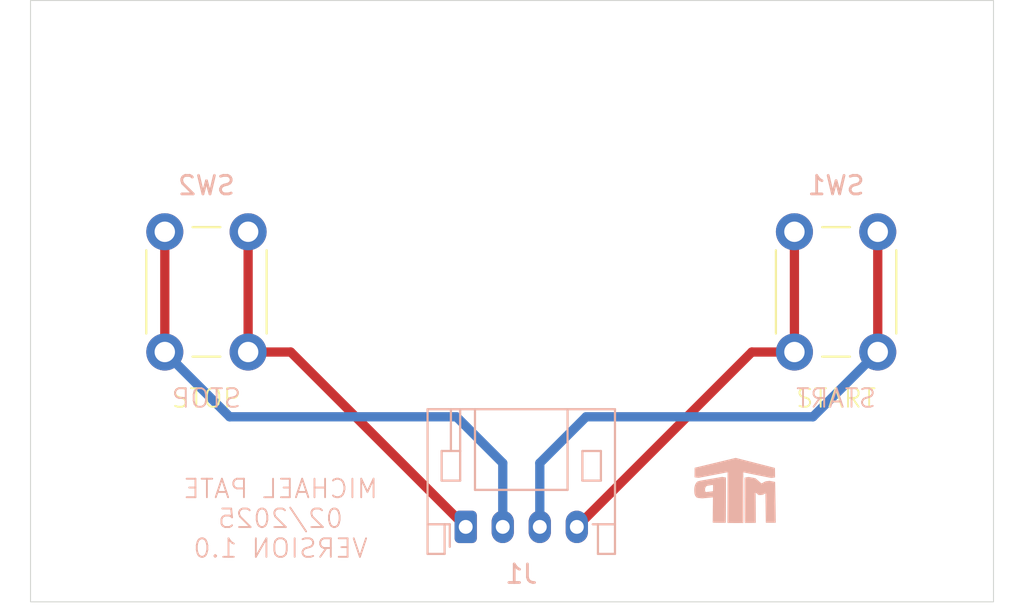
<source format=kicad_pcb>
(kicad_pcb (version 20240108) (generator "pcbnew") (generator_version "8.0")
  (layers (0 "F.Cu" signal) (1 "In1.Cu" signal) (2 "In2.Cu" signal) (31 "B.Cu" power) (34 "B.Paste" user) (35 "F.Paste" user) (36 "B.SilkS" user "B.Silkscreen") (37 "F.SilkS" user "F.Silkscreen") (38 "B.Mask" user) (39 "F.Mask" user) (44 "Edge.Cuts" user))
  (net 0 "")
  (net 1 "Net-(J1-Pin_4)")
  (net 2 "Net-(J1-Pin_2)")
  (net 3 "Net-(J1-Pin_1)")
  (net 4 "Net-(J1-Pin_3)")
  (footprint "MountingHole:MountingHole_2.2mm_M2" (layer "F.Cu") (at 144.5 137)
    (property "Reference" "H3" (hide yes))
    (property "Value" "MountingHole")
    (pad "" np_thru_hole circle (at 0 0) (size 2.2 2.2) (drill 2.2) (layers "*.Cu" "*.Mask"))
  )
  (footprint "MountingHole:MountingHole_2.2mm_M2" (layer "F.Cu") (at 189.5 137)
    (property "Reference" "H4" (hide yes))
    (property "Value" "MountingHole")
    (pad "" np_thru_hole circle (at 0 0) (size 2.2 2.2) (drill 2.2) (layers "*.Cu" "*.Mask"))
  )
  (footprint "MountingHole:MountingHole_2.2mm_M2" (layer "F.Cu") (at 189.5 111.5)
    (property "Reference" "H2" (hide yes))
    (property "Value" "MountingHole")
    (pad "" np_thru_hole circle (at 0 0) (size 2.2 2.2) (drill 2.2) (layers "*.Cu" "*.Mask"))
  )
  (footprint "MountingHole:MountingHole_2.2mm_M2" (layer "F.Cu") (at 144.5 111.5)
    (property "Reference" "H1" (hide yes))
    (property "Value" "MountingHole")
    (pad "" np_thru_hole circle (at 0 0) (size 2.2 2.2) (drill 2.2) (layers "*.Cu" "*.Mask"))
  )
  (footprint "Button_Switch_THT:SW_PUSH_6mm_H5mm" (layer "F.Cu") (at 148.25 127 90)
    (property "Reference" "SW2" (at 9 2.25 0) (layer "B.SilkS") (effects (justify mirror)))
    (property "Value" "SW_Push")
    (fp_line (start 5.5 -1) (end 1 -1) (stroke (width 0.12)) (layer "F.SilkS"))
    (fp_line (start -0.25 1.5) (end -0.25 3) (stroke (width 0.12)) (layer "F.SilkS"))
    (fp_line (start 6.75 3) (end 6.75 1.5) (stroke (width 0.12)) (layer "F.SilkS"))
    (fp_line (start 1 5.5) (end 5.5 5.5) (stroke (width 0.12)) (layer "F.SilkS"))
    (pad "1" thru_hole circle (at 0 0 180) (size 2 2) (drill 1.1) (layers "*.Cu" "*.Mask") (net 2 "Net-(J1-Pin_2)"))
    (pad "1" thru_hole circle (at 6.5 0 180) (size 2 2) (drill 1.1) (layers "*.Cu" "*.Mask") (net 2 "Net-(J1-Pin_2)"))
    (pad "2" thru_hole circle (at 0 4.5 180) (size 2 2) (drill 1.1) (layers "*.Cu" "*.Mask") (net 3 "Net-(J1-Pin_1)"))
    (pad "2" thru_hole circle (at 6.5 4.5 180) (size 2 2) (drill 1.1) (layers "*.Cu" "*.Mask") (net 3 "Net-(J1-Pin_1)"))
  )
  (footprint "Button_Switch_THT:SW_PUSH_6mm_H5mm" (layer "F.Cu") (at 182.25 127 90)
    (property "Reference" "SW1" (at 9 2.25 0) (layer "B.SilkS") (effects (justify mirror)))
    (property "Value" "SW_Push")
    (fp_line (start 5.5 -1) (end 1 -1) (stroke (width 0.12)) (layer "F.SilkS"))
    (fp_line (start -0.25 1.5) (end -0.25 3) (stroke (width 0.12)) (layer "F.SilkS"))
    (fp_line (start 6.75 3) (end 6.75 1.5) (stroke (width 0.12)) (layer "F.SilkS"))
    (fp_line (start 1 5.5) (end 5.5 5.5) (stroke (width 0.12)) (layer "F.SilkS"))
    (pad "1" thru_hole circle (at 0 0 180) (size 2 2) (drill 1.1) (layers "*.Cu" "*.Mask") (net 1 "Net-(J1-Pin_4)"))
    (pad "1" thru_hole circle (at 6.5 0 180) (size 2 2) (drill 1.1) (layers "*.Cu" "*.Mask") (net 1 "Net-(J1-Pin_4)"))
    (pad "2" thru_hole circle (at 0 4.5 180) (size 2 2) (drill 1.1) (layers "*.Cu" "*.Mask") (net 4 "Net-(J1-Pin_3)"))
    (pad "2" thru_hole circle (at 6.5 4.5 180) (size 2 2) (drill 1.1) (layers "*.Cu" "*.Mask") (net 4 "Net-(J1-Pin_3)"))
  )
  (footprint "Watermarks:MTP Logo 5mm Low Detail" (layer "B.Cu") (at 179 135 180)
    (property "Reference" "REF**" (hide yes))
    (property "Value" "MTP Logo 5mm Low Detail" (hide yes))
    (fp_poly (pts (xy 1.028696 2.013031) (xy 1.144269 1.985142) (xy 1.256524 1.958034) (xy 1.364846 1.931857) (xy 1.468622 1.906759) (xy 1.567238 1.88289) (xy 1.660079 1.860398) (xy 1.746533 1.839433) (xy 1.825985 1.820145) (xy 1.897821 1.802681) (xy 1.961428 1.787191) (xy 2.016191 1.773824) (xy 2.061497 1.76273) (xy 2.096731 1.754057) (xy 2.121281 1.747955) (xy 2.134532 1.744572) (xy 2.136802 1.743911) (xy 2.137335 1.737297) (xy 2.137931 1.719401) (xy 2.138568 1.691567) (xy 2.139222 1.655141) (xy 2.139871 1.611468) (xy 2.140489 1.561892) (xy 2.141056 1.507758) (xy 2.141255 1.486007) (xy 2.1435 1.230451) (xy 2.036167 1.215167) (xy 1.928834 1.199882) (xy 1.168034 1.345605) (xy 1.071473 1.364098) (xy 0.978075 1.381982) (xy 0.888621 1.399106) (xy 0.803894 1.415321) (xy 0.724673 1.430479) (xy 0.651741 1.444429) (xy 0.585878 1.457022) (xy 0.527866 1.46811) (xy 0.478487 1.477541) (xy 0.438521 1.485168) (xy 0.40875 1.490841) (xy 0.389955 1.494409) (xy 0.383267 1.495664) (xy 0.3593 1.5) (xy 0.363767 0.133333) (xy 0.368235 -1.233333) (xy 0.328406 -1.237496) (xy 0.314483 -1.238309) (xy 0.289995 -1.239031) (xy 0.25623 -1.239664) (xy 0.214476 -1.240206) (xy 0.166022 -1.240657) (xy 0.112155 -1.241018) (xy 0.054164 -1.241289) (xy -0.006663 -1.241469) (xy -0.069038 -1.241559) (xy -0.131673 -1.241559) (xy -0.19328 -1.241469) (xy -0.252569 -1.241288) (xy -0.308255 -1.241016) (xy -0.359047 -1.240655) (xy -0.403658 -1.240203) (xy -0.4408 -1.239661) (xy -0.469184 -1.239029) (xy -0.487523 -1.238306) (xy -0.494529 -1.237493) (xy -0.494532 -1.23749) (xy -0.494911 -1.23087) (xy -0.495243 -1.2122) (xy -0.495528 -1.182056) (xy -0.495766 -1.141017) (xy -0.495957 -1.089659) (xy -0.496101 -1.028559) (xy -0.496197 -0.958294) (xy -0.496247 -0.879442) (xy -0.496249 -0.79258) (xy -0.496204 -0.698284) (xy -0.496112 -0.597133) (xy -0.495973 -0.489702) (xy -0.495787 -0.376569) (xy -0.495554 -0.258312) (xy -0.495273 -0.135507) (xy -0.494946 -0.008732) (xy -0.494571 0.121437) (xy -0.494539 0.132146) (xy -0.490376 1.497613) (xy -0.515099 1.492108) (xy -0.54099 1.486478) (xy -0.576844 1.478887) (xy -0.621724 1.469522) (xy -0.674695 1.458572) (xy -0.73482 1.446224) (xy -0.801163 1.432665) (xy -0.872789 1.418083) (xy -0.948762 1.402666) (xy -1.028145 1.386602) (xy -1.110004 1.370079) (xy -1.193402 1.353283) (xy -1.277403 1.336403) (xy -1.361071 1.319626) (xy -1.44347 1.303141) (xy -1.523665 1.287134) (xy -1.60072 1.271794) (xy -1.673699 1.257308) (xy -1.741665 1.243863) (xy -1.803683 1.231648) (xy -1.858818 1.220851) (xy -1.906132 1.211658) (xy -1.944691 1.204258) (xy -1.973559 1.198838) (xy -1.991798 1.195585) (xy -1.998285 1.194666) (xy -2.014593 1.195592) (xy -2.03856 1.198063) (xy -2.0676 1.201689) (xy -2.099127 1.206082) (xy -2.130557 1.210852) (xy -2.159305 1.21561) (xy -2.182784 1.219966) (xy -2.198409 1.223531) (xy -2.203538 1.225576) (xy -2.204419 1.232952) (xy -2.204988 1.251271) (xy -2.205273 1.278884) (xy -2.205298 1.314142) (xy -2.205089 1.355396) (xy -2.204673 1.400998) (xy -2.204075 1.449298) (xy -2.203321 1.498647) (xy -2.202437 1.547397) (xy -2.201449 1.593899) (xy -2.200383 1.636503) (xy -2.199264 1.673562) (xy -2.198119 1.703426) (xy -2.196973 1.724446) (xy -2.195852 1.734973) (xy -2.19553 1.735833) (xy -2.188998 1.73788) (xy -2.170855 1.742879) (xy -2.141728 1.750665) (xy -2.102245 1.761078) (xy -2.053033 1.773956) (xy -1.994719 1.789135) (xy -1.92793 1.806455) (xy -1.853293 1.825753) (xy -1.771435 1.846867) (xy -1.682984 1.869635) (xy -1.588567 1.893895) (xy -1.48881 1.919484) (xy -1.38434 1.946241) (xy -1.275786 1.974004) (xy -1.163774 2.00261) (xy -1.13397 2.010214) (xy -0.077203 2.279803)) (fill solid) (layer "B.SilkS"))
    (fp_poly (pts (xy 1.288477 1.142031) (xy 1.395439 1.123309) (xy 1.490708 1.106624) (xy 1.575018 1.091789) (xy 1.649108 1.078621) (xy 1.713712 1.066933) (xy 1.769568 1.056541) (xy 1.817411 1.047259) (xy 1.857979 1.038901) (xy 1.892007 1.031283) (xy 1.920232 1.024219) (xy 1.943391 1.017525) (xy 1.962218 1.011014) (xy 1.977452 1.004501) (xy 1.989828 0.997802) (xy 2.000082 0.99073) (xy 2.008952 0.983102) (xy 2.017173 0.97473) (xy 2.025482 0.965431) (xy 2.034614 0.955019) (xy 2.035433 0.954099) (xy 2.07486 0.900858) (xy 2.107277 0.837939) (xy 2.132246 0.766445) (xy 2.149327 0.68748) (xy 2.153549 0.656684) (xy 2.156998 0.615635) (xy 2.158739 0.568524) (xy 2.158877 0.518118) (xy 2.157515 0.467182) (xy 2.154757 0.418482) (xy 2.150708 0.374784) (xy 2.145469 0.338855) (xy 2.140874 0.318843) (xy 2.119394 0.259301) (xy 2.092589 0.208787) (xy 2.061094 0.168079) (xy 2.025545 0.137956) (xy 1.986577 0.119194) (xy 1.975272 0.116114) (xy 1.960097 0.113583) (xy 1.934948 0.110443) (xy 1.902447 0.106976) (xy 1.865215 0.103463) (xy 1.830972 0.100586) (xy 1.714169 0.091352) (xy 1.433209 0.118422) (xy 1.375073 0.123992) (xy 1.320926 0.129121) (xy 1.272037 0.133693) (xy 1.229675 0.137591) (xy 1.195108 0.1407) (xy 1.169603 0.142904) (xy 1.154429 0.144087) (xy 1.150585 0.144232) (xy 1.150408 0.137879) (xy 1.150373 0.119793) (xy 1.150472 0.090869) (xy 1.150698 0.052001) (xy 1.151043 0.004082) (xy 1.1515 -0.051993) (xy 1.152062 -0.11533) (xy 1.152722 -0.185036) (xy 1.153471 -0.260216) (xy 1.154304 -0.339976) (xy 1.155213 -0.423422) (xy 1.155226 -0.424648) (xy 1.156176 -0.511309) (xy 1.157084 -0.596556) (xy 1.15794 -0.67924) (xy 1.158734 -0.758213) (xy 1.159454 -0.832328) (xy 1.160089 -0.900436) (xy 1.16063 -0.96139) (xy 1.161065 -1.014042) (xy 1.161383 -1.057244) (xy 1.161574 -1.089847) (xy 1.161627 -1.106954) (xy 1.16172 -1.22164) (xy 1.115946 -1.225105) (xy 1.098413 -1.225976) (xy 1.069991 -1.226836) (xy 1.032418 -1.22767) (xy 0.987433 -1.228463) (xy 0.936774 -1.229197) (xy 0.882179 -1.229859) (xy 0.825386 -1.230431) (xy 0.768134 -1.230899) (xy 0.712162 -1.231246) (xy 0.659207 -1.231458) (xy 0.611007 -1.231517) (xy 0.569302 -1.231409) (xy 0.53583 -1.231118) (xy 0.512328 -1.230629) (xy 0.51057 -1.230567) (xy 0.456064 -1.228561) (xy 0.452286 -0.962043) (xy 0.45183 -0.924142) (xy 0.451367 -0.87458) (xy 0.4509 -0.814324) (xy 0.450435 -0.74434) (xy 0.449974 -0.665594) (xy 0.449524 -0.579053) (xy 0.449087 -0.485684) (xy 0.448668 -0.386452) (xy 0.448272 -0.282324) (xy 0.447903 -0.174268) (xy 0.447565 -0.063248) (xy 0.447263 0.049768) (xy 0.447 0.163814) (xy 0.446811 0.261001) (xy 0.446032 0.700337) (xy 1.143743 0.700337) (xy 1.143794 0.661135) (xy 1.144102 0.621268) (xy 1.144654 0.582728) (xy 1.145437 0.547508) (xy 1.14644 0.5176) (xy 1.14765 0.494999) (xy 1.149054 0.481696) (xy 1.14989 0.479079) (xy 1.156943 0.47733) (xy 1.174631 0.474435) (xy 1.201036 0.470626) (xy 1.234242 0.466138) (xy 1.272331 0.461206) (xy 1.313386 0.456063) (xy 1.355491 0.450943) (xy 1.396728 0.446081) (xy 1.435181 0.44171) (xy 1.468931 0.438065) (xy 1.496063 0.435381) (xy 1.514659 0.43389) (xy 1.521601 0.433683) (xy 1.535031 0.435445) (xy 1.544418 0.441266) (xy 1.55318 0.454082) (xy 1.559483 0.466196) (xy 1.566984 0.482803) (xy 1.571643 0.498642) (xy 1.574079 0.517501) (xy 1.574907 0.543168) (xy 1.574905 0.560902) (xy 1.573991 0.59529) (xy 1.571287 0.621405) (xy 1.566156 0.643545) (xy 1.560169 0.660546) (xy 1.541581 0.698796) (xy 1.519067 0.730704) (xy 1.494592 0.753706) (xy 1.483719 0.760339) (xy 1.473204 0.763518) (xy 1.452332 0.768157) (xy 1.423239 0.773897) (xy 1.388065 0.780381) (xy 1.348946 0.78725) (xy 1.30802 0.794146) (xy 1.267426 0.800712) (xy 1.229302 0.806589) (xy 1.195785 0.811419) (xy 1.169013 0.814843) (xy 1.151125 0.816505) (xy 1.147775 0.816606) (xy 1.146356 0.810627) (xy 1.145255 0.794017) (xy 1.144461 0.768771) (xy 1.143961 0.736879) (xy 1.143743 0.700337) (xy 0.446032 0.700337) (xy 0.445116 1.217526) (xy 0.549774 1.235305) (xy 0.654433 1.253085)) (fill solid) (layer "B.SilkS"))
    (fp_poly (pts (xy -0.668794 1.23306) (xy -0.633268 1.227191) (xy -0.602128 1.221537) (xy -0.577508 1.216526) (xy -0.561539 1.212587) (xy -0.556425 1.210493) (xy -0.556 1.203765) (xy -0.555628 1.18516) (xy -0.555308 1.155419) (xy -0.555039 1.115288) (xy -0.554817 1.065509) (xy -0.554643 1.006827) (xy -0.554513 0.939986) (xy -0.554427 0.865729) (xy -0.554383 0.7848) (xy -0.554379 0.697943) (xy -0.554413 0.605902) (xy -0.554484 0.50942) (xy -0.55459 0.409241) (xy -0.554729 0.30611) (xy -0.5549 0.20077) (xy -0.555101 0.093965) (xy -0.555331 -0.013562) (xy -0.555587 -0.121067) (xy -0.555868 -0.227805) (xy -0.556172 -0.333033) (xy -0.556498 -0.436008) (xy -0.556845 -0.535985) (xy -0.557209 -0.63222) (xy -0.55759 -0.723971) (xy -0.557986 -0.810492) (xy -0.558395 -0.89104) (xy -0.558816 -0.964872) (xy -0.559247 -1.031243) (xy -0.559686 -1.08941) (xy -0.560131 -1.138629) (xy -0.560582 -1.178156) (xy -0.561035 -1.207247) (xy -0.561491 -1.225159) (xy -0.561922 -1.231142) (xy -0.569542 -1.232597) (xy -0.588355 -1.233867) (xy -0.616928 -1.234935) (xy -0.653827 -1.235789) (xy -0.697621 -1.236413) (xy -0.746874 -1.236794) (xy -0.800155 -1.236917) (xy -0.856031 -1.236768) (xy -0.913067 -1.236333) (xy -0.969831 -1.235597) (xy -0.984936 -1.235345) (xy -1.164877 -1.232188) (xy -1.163322 -0.777602) (xy -1.16298 -0.689726) (xy -1.162535 -0.595429) (xy -1.162005 -0.497111) (xy -1.161405 -0.397167) (xy -1.16075 -0.297997) (xy -1.160057 -0.201998) (xy -1.159342 -0.111569) (xy -1.158619 -0.029106) (xy -1.157945 0.03924) (xy -1.154122 0.401496) (xy -1.218227 0.348611) (xy -1.244628 0.327029) (xy -1.269763 0.306831) (xy -1.290871 0.290215) (xy -1.305187 0.279381) (xy -1.305683 0.279025) (xy -1.329033 0.262323) (xy -1.439523 0.272975) (xy -1.550012 0.283626) (xy -1.615112 0.323491) (xy -1.640351 0.338669) (xy -1.661408 0.350803) (xy -1.676133 0.358694) (xy -1.682377 0.361139) (xy -1.682416 0.36111) (xy -1.682762 0.354637) (xy -1.683233 0.336298) (xy -1.683817 0.306853) (xy -1.684504 0.267062) (xy -1.685284 0.217685) (xy -1.686145 0.159482) (xy -1.687076 0.093214) (xy -1.688068 0.019642) (xy -1.689109 -0.060476) (xy -1.690189 -0.146379) (xy -1.691297 -0.237306) (xy -1.692422 -0.332497) (xy -1.693512 -0.427517) (xy -1.694665 -0.526212) (xy -1.695847 -0.62145) (xy -1.697047 -0.712464) (xy -1.69825 -0.798486) (xy -1.699445 -0.878749) (xy -1.700618 -0.952487) (xy -1.701756 -1.018932) (xy -1.702845 -1.077317) (xy -1.703873 -1.126875) (xy -1.704826 -1.166839) (xy -1.705692 -1.196442) (xy -1.706457 -1.214916) (xy -1.70708 -1.221465) (xy -1.711587 -1.22344) (xy -1.722997 -1.225075) (xy -1.742136 -1.226393) (xy -1.769833 -1.227416) (xy -1.806915 -1.228168) (xy -1.854208 -1.228673) (xy -1.912541 -1.228952) (xy -1.976559 -1.229031) (xy -2.241362 -1.229031) (xy -2.241225 -1.104336) (xy -2.241101 -1.076678) (xy -2.240786 -1.038668) (xy -2.240294 -0.991106) (xy -2.239637 -0.934792) (xy -2.238828 -0.870527) (xy -2.237881 -0.799112) (xy -2.236808 -0.721347) (xy -2.235622 -0.638032) (xy -2.234337 -0.549969) (xy -2.232965 -0.457958) (xy -2.231519 -0.362799) (xy -2.230012 -0.265294) (xy -2.228458 -0.166242) (xy -2.226869 -0.066444) (xy -2.225258 0.033299) (xy -2.223638 0.132187) (xy -2.222023 0.229418) (xy -2.220425 0.324193) (xy -2.218857 0.415711) (xy -2.217332 0.503171) (xy -2.215864 0.585773) (xy -2.214465 0.662716) (xy -2.213148 0.7332) (xy -2.211926 0.796423) (xy -2.210812 0.851586) (xy -2.20982 0.897888) (xy -2.208961 0.934528) (xy -2.20825 0.960706) (xy -2.207699 0.975621) (xy -2.207415 0.978932) (xy -2.200553 0.980966) (xy -2.183014 0.984942) (xy -2.156535 0.990501) (xy -2.122856 0.997284) (xy -2.083715 1.004932) (xy -2.053866 1.010633) (xy -1.903579 1.039073) (xy -1.79309 1.025129) (xy -1.6826 1.011185) (xy -1.579678 0.954517) (xy -1.546927 0.936738) (xy -1.517893 0.921461) (xy -1.494403 0.909606) (xy -1.478282 0.902094) (xy -1.471366 0.899845) (xy -1.465469 0.904338) (xy -1.451239 0.916159) (xy -1.429837 0.934314) (xy -1.402426 0.957809) (xy -1.37017 0.985647) (xy -1.334229 1.016835) (xy -1.310412 1.037586) (xy -1.272481 1.070549) (xy -1.237237 1.100922) (xy -1.205893 1.127679) (xy -1.179661 1.149794) (xy -1.159754 1.166241) (xy -1.147386 1.175995) (xy -1.144078 1.178213) (xy -1.135276 1.180601) (xy -1.115733 1.184934) (xy -1.087127 1.190871) (xy -1.051137 1.198072) (xy -1.00944 1.206197) (xy -0.963716 1.214906) (xy -0.954893 1.216564) (xy -0.776477 1.250033)) (fill solid) (layer "B.SilkS"))
  )
  (footprint "Connector_JST:JST_PH_S4B-PH-K_1x04_P2.00mm_Horizontal" (layer "B.Cu") (at 164.5 136.45)
    (property "Reference" "J1" (at 3 2.55 0) (layer "B.SilkS") (effects (justify mirror)))
    (property "Value" "Conn_01x04")
    (fp_line (start -2.06 -6.36) (end -2.06 1.46) (stroke (width 0.12)) (layer "B.SilkS"))
    (fp_line (start -2.06 1.46) (end -1.14 1.46) (stroke (width 0.12)) (layer "B.SilkS"))
    (fp_line (start -1.3 -4.1) (end -1.3 -2.5) (stroke (width 0.12)) (layer "B.SilkS"))
    (fp_line (start -1.3 -2.5) (end -0.3 -2.5) (stroke (width 0.12)) (layer "B.SilkS"))
    (fp_line (start -1.14 -0.14) (end -2.06 -0.14) (stroke (width 0.12)) (layer "B.SilkS"))
    (fp_line (start -1.14 -0.14) (end -0.86 -0.14) (stroke (width 0.12)) (layer "B.SilkS"))
    (fp_line (start -1.14 1.46) (end -1.14 -0.14) (stroke (width 0.12)) (layer "B.SilkS"))
    (fp_line (start -0.86 1.075) (end -0.86 -0.14) (stroke (width 0.12)) (layer "B.SilkS"))
    (fp_line (start -0.8 -6.36) (end -0.8 -4.1) (stroke (width 0.12)) (layer "B.SilkS"))
    (fp_line (start -0.3 -6.36) (end -0.3 -4.1) (stroke (width 0.12)) (layer "B.SilkS"))
    (fp_line (start -0.3 -4.1) (end -1.3 -4.1) (stroke (width 0.12)) (layer "B.SilkS"))
    (fp_line (start -0.3 -2.5) (end -0.3 -4.1) (stroke (width 0.12)) (layer "B.SilkS"))
    (fp_line (start 0.5 -2) (end 0.5 -6.36) (stroke (width 0.12)) (layer "B.SilkS"))
    (fp_line (start 5.5 -6.36) (end 5.5 -2) (stroke (width 0.12)) (layer "B.SilkS"))
    (fp_line (start 5.5 -2) (end 0.5 -2) (stroke (width 0.12)) (layer "B.SilkS"))
    (fp_line (start 6.3 -4.1) (end 7.3 -4.1) (stroke (width 0.12)) (layer "B.SilkS"))
    (fp_line (start 6.3 -2.5) (end 6.3 -4.1) (stroke (width 0.12)) (layer "B.SilkS"))
    (fp_line (start 6.86 -0.14) (end 7.14 -0.14) (stroke (width 0.12)) (layer "B.SilkS"))
    (fp_line (start 7.14 -0.14) (end 7.14 1.46) (stroke (width 0.12)) (layer "B.SilkS"))
    (fp_line (start 7.14 -0.14) (end 8.06 -0.14) (stroke (width 0.12)) (layer "B.SilkS"))
    (fp_line (start 7.14 1.46) (end 8.06 1.46) (stroke (width 0.12)) (layer "B.SilkS"))
    (fp_line (start 7.3 -4.1) (end 7.3 -2.5) (stroke (width 0.12)) (layer "B.SilkS"))
    (fp_line (start 7.3 -2.5) (end 6.3 -2.5) (stroke (width 0.12)) (layer "B.SilkS"))
    (fp_line (start 8.06 -6.36) (end -2.06 -6.36) (stroke (width 0.12)) (layer "B.SilkS"))
    (fp_line (start 8.06 1.46) (end 8.06 -6.36) (stroke (width 0.12)) (layer "B.SilkS"))
    (pad "1" thru_hole roundrect (at 0 0) (size 1.2 1.75) (drill 0.75) (layers "*.Cu" "*.Mask") (roundrect_rratio 0.208333) (net 3 "Net-(J1-Pin_1)"))
    (pad "2" thru_hole oval (at 2 0) (size 1.2 1.75) (drill 0.75) (layers "*.Cu" "*.Mask") (net 2 "Net-(J1-Pin_2)"))
    (pad "3" thru_hole oval (at 4 0) (size 1.2 1.75) (drill 0.75) (layers "*.Cu" "*.Mask") (net 4 "Net-(J1-Pin_3)"))
    (pad "4" thru_hole oval (at 6 0) (size 1.2 1.75) (drill 0.75) (layers "*.Cu" "*.Mask") (net 1 "Net-(J1-Pin_4)"))
  )
  (gr_rect (start 141 108) (end 193 140.5) (stroke (width 0.05)) (fill none) (layer "Edge.Cuts"))
  (gr_text "STOP" (at 150.5 129.5 -0) (layer "B.SilkS") (effects (font (size 1 1) (thickness 0.1)) (justify mirror)))
  (gr_text "MICHAEL PATE\n02/2025\nVERSION 1.0" (at 154.5 136 -0) (layer "B.SilkS") (effects (font (size 1 1) (thickness 0.1)) (justify mirror)))
  (gr_text "START\n" (at 184.5 129.5 -0) (layer "B.SilkS") (effects (font (size 1 1) (thickness 0.1)) (justify mirror)))
  (gr_text "START\n" (at 184.5 129.5 0) (layer "F.SilkS") (effects (font (size 1 1) (thickness 0.1))))
  (gr_text "STOP" (at 150.5 129.5 0) (layer "F.SilkS") (effects (font (size 1 1) (thickness 0.1))))
  (segment (start 182.25 120.5) (end 182.25 127) (width 0.5) (layer "F.Cu") (net 1))
  (segment (start 179.95 127) (end 170.5 136.45) (width 0.5) (layer "F.Cu") (net 1))
  (segment (start 182.25 127) (end 179.95 127) (width 0.5) (layer "F.Cu") (net 1))
  (segment (start 148.25 120.5) (end 148.25 127) (width 0.5) (layer "F.Cu") (net 2))
  (segment (start 164 130.5) (end 166.5 133) (width 0.5) (layer "B.Cu") (net 2))
  (segment (start 148.25 127) (end 151.75 130.5) (width 0.5) (layer "B.Cu") (net 2))
  (segment (start 151.75 130.5) (end 164 130.5) (width 0.5) (layer "B.Cu") (net 2))
  (segment (start 166.5 133) (end 166.5 136.45) (width 0.5) (layer "B.Cu") (net 2))
  (segment (start 155.05 127) (end 164.5 136.45) (width 0.5) (layer "F.Cu") (net 3))
  (segment (start 152.75 120.5) (end 152.75 127) (width 0.5) (layer "F.Cu") (net 3))
  (segment (start 152.75 127) (end 155.05 127) (width 0.5) (layer "F.Cu") (net 3))
  (segment (start 186.75 120.5) (end 186.75 127) (width 0.5) (layer "F.Cu") (net 4))
  (segment (start 186.75 127) (end 183.25 130.5) (width 0.5) (layer "B.Cu") (net 4))
  (segment (start 168.5 133) (end 168.5 136.45) (width 0.5) (layer "B.Cu") (net 4))
  (segment (start 183.25 130.5) (end 171 130.5) (width 0.5) (layer "B.Cu") (net 4))
  (segment (start 171 130.5) (end 168.5 133) (width 0.5) (layer "B.Cu") (net 4))
)
</source>
